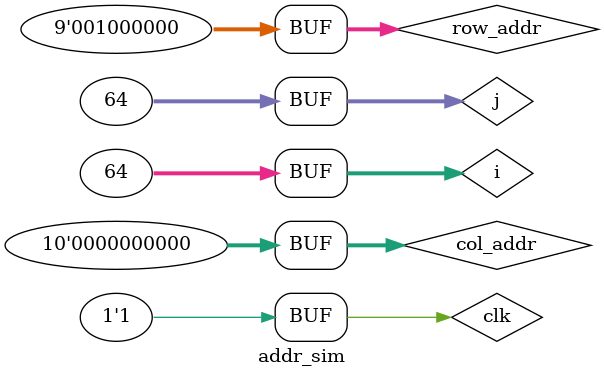
<source format=v>
`timescale 1ns / 1ps


module addr_sim;

	// Inputs
	reg clk;
	reg [9:0] col_addr;
	reg [8:0] row_addr;

	// Outputs
	wire [11:0] addr;

	// Instantiate the Unit Under Test (UUT)
	address uut (
		.clk(clk), 
		.col_addr(col_addr), 
		.row_addr(row_addr), 
		.addr(addr)
	);
	integer i,j;
	initial begin
		// Initialize Inputs
		clk = 0;
		col_addr = 0;
		row_addr = 0;

		// Wait 100 ns for global reset to finish
		#100;
		for(i=0;i<=63;i=i+1)begin
			for(j=0;j<=63;j=j+1)begin
				col_addr <= col_addr + 1'b1;
				
				#20;
			end
			col_addr = 0;
			row_addr = row_addr +1'b1;
		end
		
        
		// Add stimulus here

	end
   always begin
	  clk =0; #10;
	  clk =1; #10;
	
	end
endmodule


</source>
